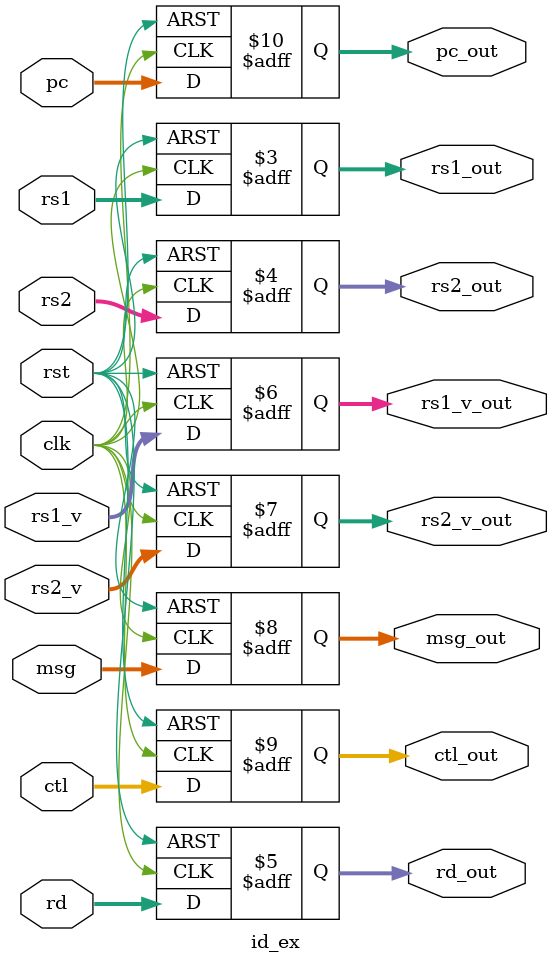
<source format=v>
module id_ex(
    input clk,
    input rst,
    input [4:0] rs1,
    input [4:0] rs2,
    input [4:0] rd,
    input [31:0] rs1_v,
    input [31:0] rs2_v,
    input [3:0] msg,
    input [4:0] ctl,
    input [31:0] pc,
    output reg [4:0] rs1_out,
    output reg [4:0] rs2_out,
    output reg [4:0] rd_out,
    output reg [31:0] rs1_v_out,
    output reg [31:0] rs2_v_out,
    output reg [3:0] msg_out,
    output reg [4:0] ctl_out,
    output reg [31:0] pc_out
);


always @(posedge clk or negedge rst) begin
    if(!rst) begin
        rs1_out <= 4'd0;
        rs2_out <= 4'd0;
        rd_out  <= 4'd0;
        rs1_v_out <= 32'd0;
        rs2_v_out <= 32'd0;
        msg_out <= 4'd0;
        ctl_out <= 5'd0;
        pc_out <= 32'd0;
    end else begin
        rs1_out <= rs1;
        rs2_out <= rs2;
        rd_out  <= rd;
        rs1_v_out <= rs1_v;
        rs2_v_out <= rs2_v;
        msg_out <= msg;
        ctl_out <= ctl;
        pc_out <= pc;
    end
end


endmodule

</source>
